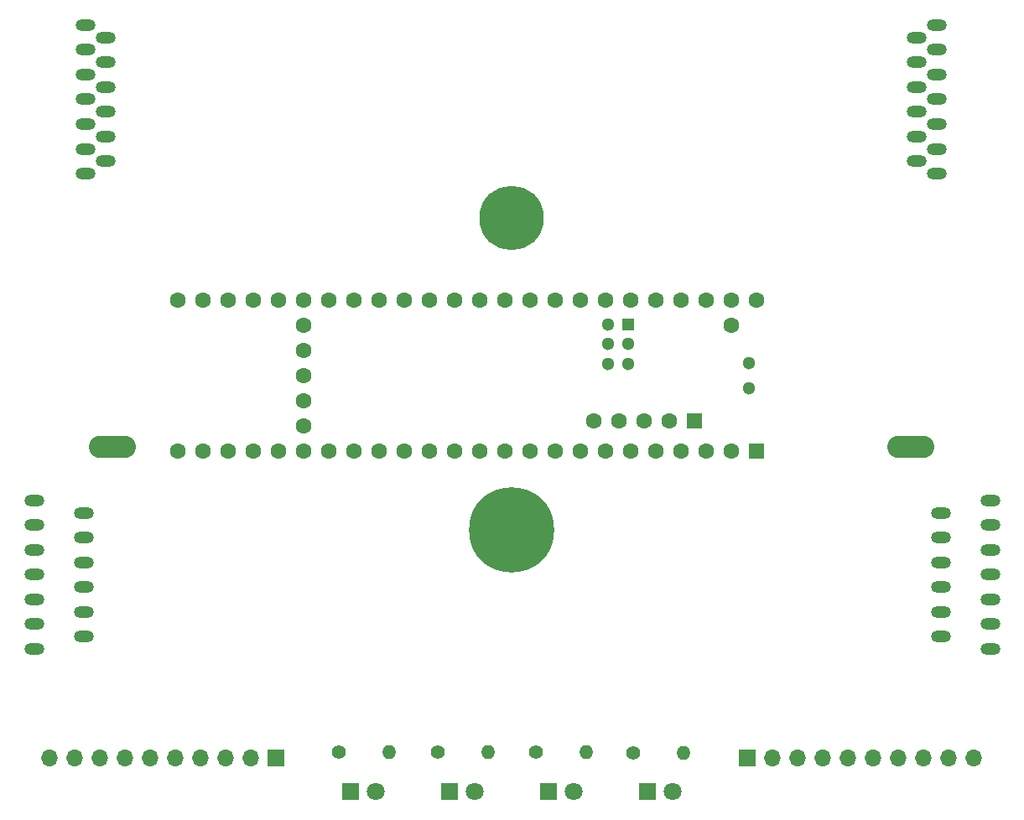
<source format=gbs>
G04 #@! TF.GenerationSoftware,KiCad,Pcbnew,(6.0.1-0)*
G04 #@! TF.CreationDate,2022-06-04T20:13:45-07:00*
G04 #@! TF.ProjectId,kicad_port,6b696361-645f-4706-9f72-742e6b696361,rev?*
G04 #@! TF.SameCoordinates,Original*
G04 #@! TF.FileFunction,Soldermask,Bot*
G04 #@! TF.FilePolarity,Negative*
%FSLAX46Y46*%
G04 Gerber Fmt 4.6, Leading zero omitted, Abs format (unit mm)*
G04 Created by KiCad (PCBNEW (6.0.1-0)) date 2022-06-04 20:13:45*
%MOMM*%
%LPD*%
G01*
G04 APERTURE LIST*
%ADD10C,8.600000*%
%ADD11C,1.300000*%
%ADD12C,1.600000*%
%ADD13R,1.300000X1.300000*%
%ADD14R,1.600000X1.600000*%
%ADD15O,2.000000X1.200000*%
%ADD16O,4.750000X2.250000*%
%ADD17C,1.800000*%
%ADD18R,1.800000X1.800000*%
%ADD19O,1.400000X1.400000*%
%ADD20C,1.400000*%
%ADD21O,1.700000X1.700000*%
%ADD22R,1.700000X1.700000*%
%ADD23C,6.500000*%
G04 APERTURE END LIST*
D10*
X150000000Y-106000000D03*
D11*
X173980000Y-89130000D03*
X173980000Y-91670000D03*
D12*
X128990000Y-85320000D03*
X128990000Y-87860000D03*
X128990000Y-90400000D03*
X128990000Y-92940000D03*
X128990000Y-95480000D03*
D11*
X161740000Y-89218400D03*
X159740000Y-89218400D03*
X159740000Y-87218400D03*
X161740000Y-87218400D03*
X159740000Y-85218400D03*
D13*
X161740000Y-85218400D03*
D12*
X134070000Y-98020000D03*
X131530000Y-98020000D03*
X128990000Y-98020000D03*
X126450000Y-98020000D03*
X136610000Y-98020000D03*
X139150000Y-98020000D03*
X141690000Y-98020000D03*
X123910000Y-98020000D03*
X121370000Y-98020000D03*
X118830000Y-98020000D03*
X116290000Y-98020000D03*
X116290000Y-82780000D03*
X118830000Y-82780000D03*
X121370000Y-82780000D03*
X123910000Y-82780000D03*
X126450000Y-82780000D03*
X128990000Y-82780000D03*
X131530000Y-82780000D03*
X134070000Y-82780000D03*
X136610000Y-82780000D03*
X139150000Y-82780000D03*
X144230000Y-98020000D03*
X146770000Y-98020000D03*
X149310000Y-98020000D03*
X151850000Y-98020000D03*
X154390000Y-98020000D03*
X156930000Y-98020000D03*
X159470000Y-98020000D03*
X162010000Y-98020000D03*
X164550000Y-98020000D03*
X167090000Y-98020000D03*
X169630000Y-98020000D03*
X172170000Y-98020000D03*
D14*
X174710000Y-98020000D03*
D12*
X141690000Y-82780000D03*
X144230000Y-82780000D03*
X146770000Y-82780000D03*
X149310000Y-82780000D03*
X151850000Y-82780000D03*
X154390000Y-82780000D03*
X156930000Y-82780000D03*
X159470000Y-82780000D03*
X162010000Y-82780000D03*
X164550000Y-82780000D03*
X167090000Y-82780000D03*
X169630000Y-82780000D03*
X172170000Y-82780000D03*
X174710000Y-82780000D03*
D14*
X168410800Y-94969200D03*
D12*
X165870800Y-94969200D03*
X163330800Y-94969200D03*
X160790800Y-94969200D03*
X158250800Y-94969200D03*
X172170000Y-85320000D03*
D15*
X101800000Y-103000000D03*
X106800000Y-104250000D03*
X101800000Y-105500000D03*
X106800000Y-106750000D03*
X101800000Y-108000000D03*
X106800000Y-109250000D03*
X101800000Y-110500000D03*
X106800000Y-111750000D03*
X101800000Y-113000000D03*
X106800000Y-114250000D03*
X101800000Y-115500000D03*
X106800000Y-116750000D03*
X101800000Y-118000000D03*
X198300000Y-118000000D03*
X193300000Y-116750000D03*
X198300000Y-115500000D03*
X193300000Y-114250000D03*
X198300000Y-113000000D03*
X193300000Y-111750000D03*
X198300000Y-110500000D03*
X193300000Y-109250000D03*
X198300000Y-108000000D03*
X193300000Y-106750000D03*
X198300000Y-105500000D03*
X193300000Y-104250000D03*
X198300000Y-103000000D03*
D16*
X190300000Y-97600000D03*
D15*
X192900000Y-70000000D03*
X190900000Y-68750000D03*
X192900000Y-67500000D03*
X190900000Y-66250000D03*
X192900000Y-65000000D03*
X190900000Y-63750000D03*
X192900000Y-62500000D03*
X190900000Y-61250000D03*
X192900000Y-60000000D03*
X190900000Y-58750000D03*
X192900000Y-57500000D03*
X190900000Y-56250000D03*
X192900000Y-55000000D03*
X107000000Y-55000000D03*
X109000000Y-56250000D03*
X107000000Y-57500000D03*
X109000000Y-58750000D03*
X107000000Y-60000000D03*
X109000000Y-61250000D03*
X107000000Y-62500000D03*
X109000000Y-63750000D03*
X107000000Y-65000000D03*
X109000000Y-66250000D03*
X107000000Y-67500000D03*
X109000000Y-68750000D03*
X107000000Y-70000000D03*
D17*
X136240000Y-132400000D03*
D18*
X133700000Y-132400000D03*
D17*
X146240000Y-132400000D03*
D18*
X143700000Y-132400000D03*
D17*
X156240000Y-132400000D03*
D18*
X153700000Y-132400000D03*
D17*
X166240000Y-132400000D03*
D18*
X163700000Y-132400000D03*
D19*
X137580000Y-128400000D03*
D20*
X132500000Y-128400000D03*
D19*
X147580000Y-128400000D03*
D20*
X142500000Y-128400000D03*
D19*
X157480000Y-128400000D03*
D20*
X152400000Y-128400000D03*
D19*
X167380000Y-128500000D03*
D20*
X162300000Y-128500000D03*
D16*
X109700000Y-97600000D03*
D21*
X196660000Y-129000000D03*
X194120000Y-129000000D03*
X191580000Y-129000000D03*
X189040000Y-129000000D03*
X186500000Y-129000000D03*
X183960000Y-129000000D03*
X181420000Y-129000000D03*
X178880000Y-129000000D03*
X176340000Y-129000000D03*
D22*
X173800000Y-129000000D03*
X126200000Y-129000000D03*
D21*
X123660000Y-129000000D03*
X121120000Y-129000000D03*
X118580000Y-129000000D03*
X116040000Y-129000000D03*
X113500000Y-129000000D03*
X110960000Y-129000000D03*
X108420000Y-129000000D03*
X105880000Y-129000000D03*
X103340000Y-129000000D03*
D23*
X150000000Y-74500000D03*
M02*

</source>
